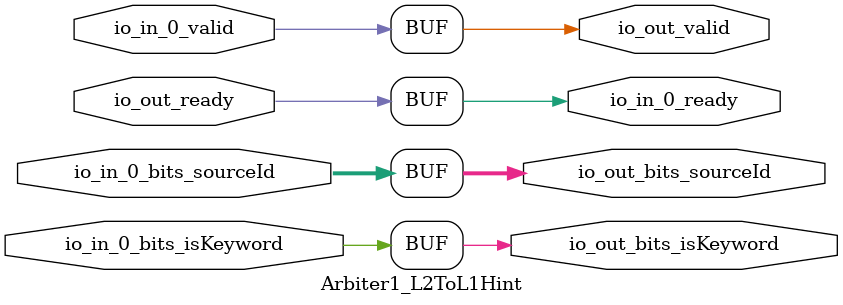
<source format=sv>
`ifndef RANDOMIZE
  `ifdef RANDOMIZE_MEM_INIT
    `define RANDOMIZE
  `endif // RANDOMIZE_MEM_INIT
`endif // not def RANDOMIZE
`ifndef RANDOMIZE
  `ifdef RANDOMIZE_REG_INIT
    `define RANDOMIZE
  `endif // RANDOMIZE_REG_INIT
`endif // not def RANDOMIZE

`ifndef RANDOM
  `define RANDOM $random
`endif // not def RANDOM

// Users can define INIT_RANDOM as general code that gets injected into the
// initializer block for modules with registers.
`ifndef INIT_RANDOM
  `define INIT_RANDOM
`endif // not def INIT_RANDOM

// If using random initialization, you can also define RANDOMIZE_DELAY to
// customize the delay used, otherwise 0.002 is used.
`ifndef RANDOMIZE_DELAY
  `define RANDOMIZE_DELAY 0.002
`endif // not def RANDOMIZE_DELAY

// Define INIT_RANDOM_PROLOG_ for use in our modules below.
`ifndef INIT_RANDOM_PROLOG_
  `ifdef RANDOMIZE
    `ifdef VERILATOR
      `define INIT_RANDOM_PROLOG_ `INIT_RANDOM
    `else  // VERILATOR
      `define INIT_RANDOM_PROLOG_ `INIT_RANDOM #`RANDOMIZE_DELAY begin end
    `endif // VERILATOR
  `else  // RANDOMIZE
    `define INIT_RANDOM_PROLOG_
  `endif // RANDOMIZE
`endif // not def INIT_RANDOM_PROLOG_

// Include register initializers in init blocks unless synthesis is set
`ifndef SYNTHESIS
  `ifndef ENABLE_INITIAL_REG_
    `define ENABLE_INITIAL_REG_
  `endif // not def ENABLE_INITIAL_REG_
`endif // not def SYNTHESIS

// Include rmemory initializers in init blocks unless synthesis is set
`ifndef SYNTHESIS
  `ifndef ENABLE_INITIAL_MEM_
    `define ENABLE_INITIAL_MEM_
  `endif // not def ENABLE_INITIAL_MEM_
`endif // not def SYNTHESIS

module Arbiter1_L2ToL1Hint(
  output        io_in_0_ready,
  input         io_in_0_valid,
  input  [31:0] io_in_0_bits_sourceId,
  input         io_in_0_bits_isKeyword,
  input         io_out_ready,
  output        io_out_valid,
  output [31:0] io_out_bits_sourceId,
  output        io_out_bits_isKeyword
);

  assign io_in_0_ready = io_out_ready;
  assign io_out_valid = io_in_0_valid;
  assign io_out_bits_sourceId = io_in_0_bits_sourceId;
  assign io_out_bits_isKeyword = io_in_0_bits_isKeyword;
endmodule


</source>
